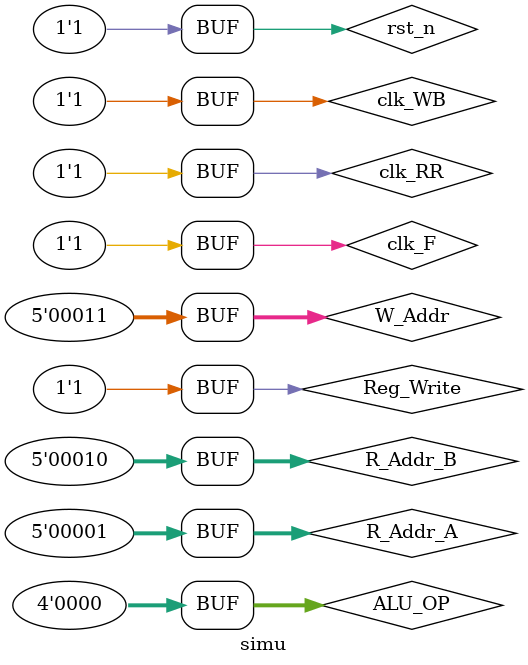
<source format=sv>
`timescale 1ns / 1ps
module simu();
    initial
    begin            
        $dumpfile("lab-4.vcd");        //生成的vcd文件名称
        $dumpvars(0, simu);     //tb模块名称
    end
    reg Reg_Write;
    reg clk_WB;
    reg clk_RR;
    reg clk_F;
    reg rst_n;
    reg [4:0] R_Addr_A;
    reg [4:0] R_Addr_B;
    reg [4:0] W_Addr;
    reg [3:0] ALU_OP;
    wire [31:0] F;
    wire [3:0] FR;

    module_top uut
    (
        .Reg_Write(Reg_Write),
        .clk_WB(clk_WB),
        .clk_RR(clk_RR),
        .clk_F(clk_F),
        .rst_n(rst_n),
        .R_Addr_A(R_Addr_A),
        .R_Addr_B(R_Addr_B),
        .W_Addr(W_Addr),
        .ALU_OP(ALU_OP),
        .F(F),
        .FR(FR)
    );
        
    initial begin
        rst_n = 1;

        // 1
        #10
        R_Addr_A = 0;
        R_Addr_B = 1;
        clk_RR = 0;
        ALU_OP = 0;
        clk_F = 0;
        W_Addr = 2;
        clk_WB = 0;
        
        #10;
        clk_RR = 1;
        #10;
        clk_F = 1;
        #10;
        Reg_Write = 1;
        #10;
        clk_WB = 1;
        // 2
        #100;
        R_Addr_A = 1;
        R_Addr_B = 2;
        clk_RR = 0;
        ALU_OP = 0;
        clk_F = 0;
        W_Addr = 3;
        clk_WB = 0;
        #10;
        clk_RR = 1;
        #10;
        clk_F = 1;
        #10;
        Reg_Write = 1;
        #10;
        clk_WB = 1;
    end
endmodule
</source>
